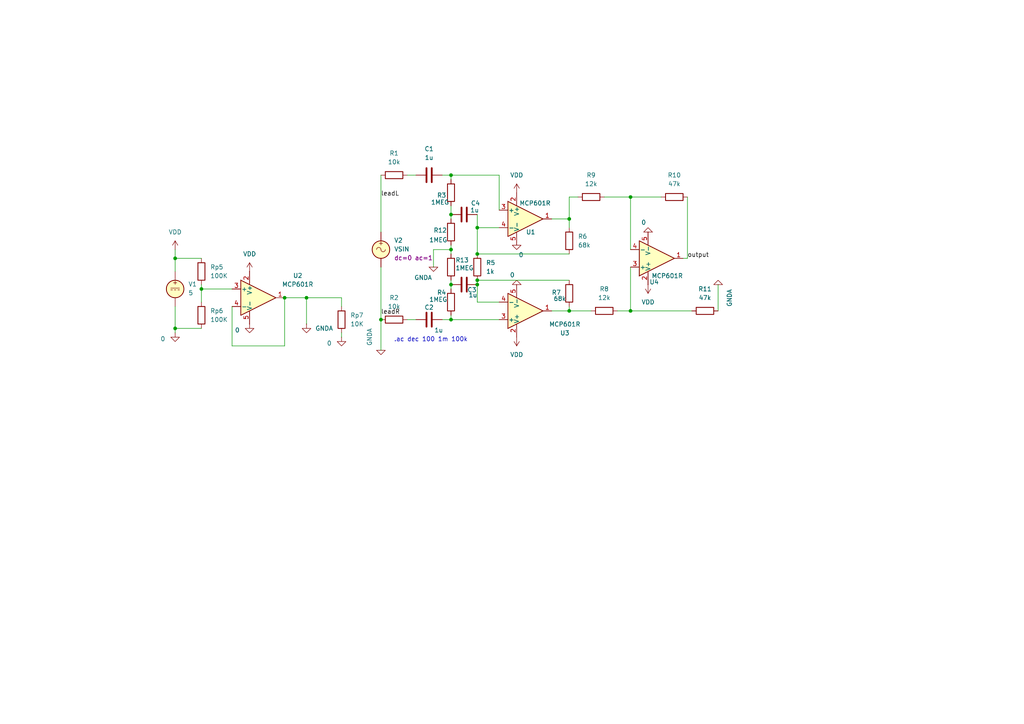
<source format=kicad_sch>
(kicad_sch (version 20250114) (generator "eeschema") (generator_version "9.0")
  (paper "A4")
  (lib_symbols
    (symbol "Amplifier_Operational:MCP601R" (pin_names (offset 0.127))
      (property "Reference" "U" (at 0 5.08 0))
      (property "Value" "MCP601R" (at 0 -5.08 0))
      (symbol "MCP601R_0_1"
        (polyline (pts (xy -5.08 5.08) (xy 5.08 0) (xy -5.08 -5.08) (xy -5.08 5.08)) (stroke (width 0.254)) (fill (type background)))
      )
      (symbol "MCP601R_1_1"
        (pin input line (at -7.62 2.54 0) (length 2.54) (name "+") (number "3"))
        (pin input line (at -7.62 -2.54 0) (length 2.54) (name "-") (number "4"))
        (pin power_in line (at -2.54 7.62 270) (length 3.81) (name "V+") (number "2"))
        (pin power_in line (at -2.54 -7.62 90) (length 3.81) (name "V-") (number "5"))
        (pin output line (at 7.62 0 180) (length 2.54) (name "~") (number "1"))
      )
    )
    (symbol "Device:C" (pin_numbers (hide yes)) (pin_names (offset 0.254))
      (property "Reference" "C" (at 0.635 2.54 0))
      (property "Value" "C" (at 0.635 -2.54 0))
      (symbol "C_0_1"
        (polyline (pts (xy -2.032 0.762) (xy 2.032 0.762)) (stroke (width 0.508)))
        (polyline (pts (xy -2.032 -0.762) (xy 2.032 -0.762)) (stroke (width 0.508)))
      )
      (symbol "C_1_1"
        (pin passive line (at 0 3.81 270) (length 2.794) (name "~") (number "1"))
        (pin passive line (at 0 -3.81 90) (length 2.794) (name "~") (number "2"))
      )
    )
    (symbol "Device:R" (pin_numbers (hide yes)) (pin_names (offset 0))
      (property "Reference" "R" (at 2.032 0 90))
      (property "Value" "R" (at 0 0 90))
      (symbol "R_0_1"
        (rectangle (start -1.016 -2.54) (end 1.016 2.54) (stroke (width 0.254)))
      )
      (symbol "R_1_1"
        (pin passive line (at 0 3.81 270) (length 1.27) (name "~") (number "1"))
        (pin passive line (at 0 -3.81 90) (length 1.27) (name "~") (number "2"))
      )
    )
    (symbol "Simulation_SPICE:0" (power) (pin_numbers (hide yes)) (pin_names (offset 0) (hide yes))
      (property "Value" "0" (at 0 -2.54 0))
      (symbol "0_0_1"
        (polyline (pts (xy -1.27 0) (xy 0 -1.27) (xy 1.27 0) (xy -1.27 0)))
      )
      (symbol "0_1_1"
        (pin power_in line (at 0 0 0) (length 0) (name "~") (number "1"))
      )
    )
    (symbol "Simulation_SPICE:VDC" (pin_numbers (hide yes)) (pin_names (offset 0.0254))
      (property "Reference" "V" (at 2.54 2.54 0))
      (property "Value" "1" (at 2.54 0 0))
      (symbol "VDC_0_0"
        (polyline (pts (xy -1.27 0.254) (xy 1.27 0.254)))
        (polyline (pts (xy -0.762 -0.254) (xy -1.27 -0.254)))
        (polyline (pts (xy 0.254 -0.254) (xy -0.254 -0.254)))
        (polyline (pts (xy 1.27 -0.254) (xy 0.762 -0.254)))
        (text "+" (at 0 1.905 0) (effects (font (size 1.27 1.27))))
      )
      (symbol "VDC_0_1"
        (circle (center 0 0) (radius 2.54) (stroke (width 0.254)) (fill (type background)))
      )
      (symbol "VDC_1_1"
        (pin passive line (at 0 5.08 270) (length 2.54) (name "~") (number "1"))
        (pin passive line (at 0 -5.08 90) (length 2.54) (name "~") (number "2"))
      )
    )
    (symbol "Simulation_SPICE:VSIN" (pin_numbers (hide yes)) (pin_names (offset 0.0254))
      (property "Reference" "V" (at 2.54 2.54 0))
      (property "Value" "VSIN" (at 2.54 0 0))
      (property "Sim.Params" "dc=0 ampl=1 f=1k ac=1" (at 2.54 -2.54 0))
      (symbol "VSIN_0_0"
        (arc (start -1.27 0) (mid -0.635 0.6323) (end 0 0))
        (arc (start 1.27 0) (mid 0.635 -0.6323) (end 0 0))
        (text "+" (at 0 1.905 0) (effects (font (size 1.27 1.27))))
      )
      (symbol "VSIN_0_1"
        (circle (center 0 0) (radius 2.54) (stroke (width 0.254)) (fill (type background)))
      )
      (symbol "VSIN_1_1"
        (pin passive line (at 0 5.08 270) (length 2.54) (name "~") (number "1"))
        (pin passive line (at 0 -5.08 90) (length 2.54) (name "~") (number "2"))
      )
    )
    (symbol "power:GND" (power) (pin_numbers (hide yes)) (pin_names (offset 0) (hide yes))
      (property "Value" "GND" (at 0 -3.81 0))
      (symbol "GND_0_1"
        (polyline (pts (xy 0 0) (xy 0 -1.27) (xy 1.27 -1.27) (xy 0 -2.54) (xy -1.27 -1.27) (xy 0 -1.27)))
      )
      (symbol "GND_1_1"
        (pin power_in line (at 0 0 270) (length 0) (name "~") (number "1"))
      )
    )
    (symbol "power:VDD" (power) (pin_numbers (hide yes)) (pin_names (offset 0) (hide yes))
      (property "Value" "VDD" (at 0 3.556 0))
      (symbol "VDD_0_1"
        (polyline (pts (xy -0.762 1.27) (xy 0 2.54)))
        (polyline (pts (xy 0 2.54) (xy 0.762 1.27)))
        (polyline (pts (xy 0 0) (xy 0 2.54)))
      )
      (symbol "VDD_1_1"
        (pin power_in line (at 0 0 90) (length 0) (name "~") (number "1"))
      )
    )
  )
  (text ".ac dec 100 1m 100k" (at 124.968 98.552 0) (effects (font (size 1.27 1.27))))
  (junction (at 130.81 50.8))
  (junction (at 50.8 95.25))
  (junction (at 165.1 63.5))
  (junction (at 50.8 74.93))
  (junction (at 82.55 86.36))
  (junction (at 110.49 92.71))
  (junction (at 130.81 92.71))
  (junction (at 165.1 90.17))
  (junction (at 182.88 90.17))
  (junction (at 138.43 66.04))
  (junction (at 182.88 57.15))
  (junction (at 138.43 81.28))
  (junction (at 130.81 82.55))
  (junction (at 138.43 82.55))
  (junction (at 88.9 86.36))
  (junction (at 130.81 62.23))
  (junction (at 58.42 83.82))
  (junction (at 130.81 72.39))
  (junction (at 138.43 73.66))
  (wire (pts (xy 144.78 66.04) (xy 138.43 66.04)))
  (wire (pts (xy 138.43 73.66) (xy 165.1 73.66)))
  (wire (pts (xy 110.49 67.31) (xy 110.49 50.8)))
  (wire (pts (xy 110.49 92.71) (xy 110.49 101.6)))
  (wire (pts (xy 191.77 57.15) (xy 182.88 57.15)))
  (wire (pts (xy 118.11 92.71) (xy 120.65 92.71)))
  (wire (pts (xy 50.8 74.93) (xy 50.8 72.39)))
  (wire (pts (xy 165.1 57.15) (xy 165.1 63.5)))
  (wire (pts (xy 198.12 74.93) (xy 199.39 74.93)))
  (wire (pts (xy 130.81 82.55) (xy 130.81 83.82)))
  (wire (pts (xy 138.43 87.63) (xy 138.43 82.55)))
  (wire (pts (xy 138.43 81.28) (xy 165.1 81.28)))
  (wire (pts (xy 110.49 77.47) (xy 110.49 92.71)))
  (wire (pts (xy 130.81 62.23) (xy 130.81 63.5)))
  (wire (pts (xy 199.39 57.15) (xy 199.39 74.93)))
  (wire (pts (xy 50.8 74.93) (xy 50.8 78.74)))
  (wire (pts (xy 130.81 71.12) (xy 130.81 72.39)))
  (wire (pts (xy 58.42 82.55) (xy 58.42 83.82)))
  (wire (pts (xy 128.27 92.71) (xy 130.81 92.71)))
  (wire (pts (xy 88.9 86.36) (xy 99.06 86.36)))
  (wire (pts (xy 125.73 72.39) (xy 130.81 72.39)))
  (wire (pts (xy 144.78 87.63) (xy 138.43 87.63)))
  (wire (pts (xy 144.78 50.8) (xy 144.78 60.96)))
  (wire (pts (xy 58.42 74.93) (xy 50.8 74.93)))
  (wire (pts (xy 67.31 88.9) (xy 67.31 100.33)))
  (wire (pts (xy 130.81 91.44) (xy 130.81 92.71)))
  (wire (pts (xy 50.8 96.52) (xy 50.8 95.25)))
  (wire (pts (xy 125.73 77.47) (xy 125.73 72.39)))
  (wire (pts (xy 165.1 88.9) (xy 165.1 90.17)))
  (wire (pts (xy 82.55 86.36) (xy 88.9 86.36)))
  (wire (pts (xy 200.66 90.17) (xy 182.88 90.17)))
  (wire (pts (xy 138.43 62.23) (xy 138.43 66.04)))
  (wire (pts (xy 88.9 86.36) (xy 88.9 93.98)))
  (wire (pts (xy 128.27 50.8) (xy 130.81 50.8)))
  (wire (pts (xy 160.02 90.17) (xy 165.1 90.17)))
  (wire (pts (xy 67.31 100.33) (xy 82.55 100.33)))
  (wire (pts (xy 99.06 96.52) (xy 99.06 97.79)))
  (wire (pts (xy 82.55 86.36) (xy 82.55 100.33)))
  (wire (pts (xy 50.8 95.25) (xy 50.8 88.9)))
  (wire (pts (xy 160.02 63.5) (xy 165.1 63.5)))
  (wire (pts (xy 138.43 66.04) (xy 138.43 73.66)))
  (wire (pts (xy 130.81 92.71) (xy 144.78 92.71)))
  (wire (pts (xy 165.1 63.5) (xy 165.1 66.04)))
  (wire (pts (xy 58.42 95.25) (xy 50.8 95.25)))
  (wire (pts (xy 58.42 83.82) (xy 58.42 87.63)))
  (wire (pts (xy 58.42 83.82) (xy 67.31 83.82)))
  (wire (pts (xy 182.88 57.15) (xy 182.88 72.39)))
  (wire (pts (xy 130.81 59.69) (xy 130.81 62.23)))
  (wire (pts (xy 182.88 90.17) (xy 179.07 90.17)))
  (wire (pts (xy 130.81 50.8) (xy 144.78 50.8)))
  (wire (pts (xy 130.81 72.39) (xy 130.81 73.66)))
  (wire (pts (xy 138.43 82.55) (xy 138.43 81.28)))
  (wire (pts (xy 130.81 50.8) (xy 130.81 52.07)))
  (wire (pts (xy 182.88 90.17) (xy 182.88 77.47)))
  (wire (pts (xy 208.28 82.55) (xy 208.28 90.17)))
  (wire (pts (xy 175.26 57.15) (xy 182.88 57.15)))
  (wire (pts (xy 130.81 81.28) (xy 130.81 82.55)))
  (wire (pts (xy 167.64 57.15) (xy 165.1 57.15)))
  (wire (pts (xy 99.06 86.36) (xy 99.06 88.9)))
  (wire (pts (xy 165.1 90.17) (xy 171.45 90.17)))
  (wire (pts (xy 118.11 50.8) (xy 120.65 50.8)))
  (label "leadR" (at 110.49 91.44 0))
  (label "output" (at 199.39 74.93 0))
  (label "leadL" (at 110.49 57.15 0))
  (symbol (lib_id "Amplifier_Operational:MCP601R") (at 190.5 74.93 0) (mirror x) (unit 1)
    (property "Reference" "U4" (at 189.738 81.788 0))
    (property "Value" "MCP601R" (at 193.548 80.01 0))
    (property "Footprint" "Package_TO_SOT_SMD:SOT-23-5" (effects (hide yes)))
    (property "Datasheet" "https://ww1.microchip.com/downloads/en/DeviceDoc/21314g.pdf" (effects (hide yes)))
    (property "Description" "Single 2.7V to 6.0V Single Supply CMOS Op Amps, SOT-23-5" (effects (hide yes)))
    (property "Sim.Library" "/home/pepika/work/faks/medicinska_elektronika/vezba1/MCP601_opamp.txt" (effects (hide yes)))
    (property "Sim.Name" "MCP601" (effects (hide yes)))
    (property "Sim.Device" "SUBCKT" (effects (hide yes)))
    (property "Sim.Pins" "1=5 2=3 3=1 4=2 5=4" (effects (hide yes)))
  )
  (symbol (lib_id "power:GND") (at 99.06 97.79 0) (unit 1)
    (property "Reference" "#PWR07" (effects (hide yes)))
    (property "Value" "0" (at 95.504 99.568 0))
    (property "Description" "Power symbol creates a global label with name \"GND\" , ground" (effects (hide yes)))
  )
  (symbol (lib_id "Device:C") (at 124.46 92.71 90) (unit 1)
    (property "Reference" "C2" (at 124.46 89.154 90))
    (property "Value" "1u" (at 127.254 95.758 90))
    (property "Description" "Unpolarized capacitor" (effects (hide yes)))
  )
  (symbol (lib_id "Device:C") (at 124.46 50.8 90) (unit 1)
    (property "Reference" "C1" (at 124.46 43.18 90))
    (property "Value" "1u" (at 124.46 45.72 90))
    (property "Description" "Unpolarized capacitor" (effects (hide yes)))
  )
  (symbol (lib_id "power:GND") (at 88.9 93.98 0) (unit 1)
    (property "Reference" "#PWR08" (effects (hide yes)))
    (property "Value" "GNDA" (at 91.44 95.2499 0) (effects (justify left)))
    (property "Description" "Power symbol creates a global label with name \"GND\" , ground" (effects (hide yes)))
  )
  (symbol (lib_id "Device:C") (at 134.62 82.55 90) (unit 1)
    (property "Reference" "C3" (at 136.906 84.074 90))
    (property "Value" "1u" (at 137.16 85.598 90))
    (property "Description" "Unpolarized capacitor" (effects (hide yes)))
  )
  (symbol (lib_id "power:GND") (at 72.39 93.98 0) (unit 1)
    (property "Reference" "#PWR06" (effects (hide yes)))
    (property "Value" "0" (at 68.834 95.758 0))
    (property "Description" "Power symbol creates a global label with name \"GND\" , ground" (effects (hide yes)))
  )
  (symbol (lib_id "Device:R") (at 195.58 57.15 270) (unit 1)
    (property "Reference" "R10" (at 195.58 50.8 90))
    (property "Value" "47k" (at 195.58 53.34 90))
    (property "Description" "Resistor" (effects (hide yes)))
  )
  (symbol (lib_id "Simulation_SPICE:0") (at 208.28 82.55 180) (unit 1)
    (property "Reference" "#GND04" (effects (hide yes)))
    (property "Value" "GNDA" (at 211.582 83.82 90) (effects (justify left)))
    (property "Datasheet" "https://ngspice.sourceforge.io/docs/ngspice-html-manual/manual.xhtml#subsec_Circuit_elements__device" (effects (hide yes)))
    (property "Description" "0V reference potential for simulation" (effects (hide yes)))
  )
  (symbol (lib_id "Simulation_SPICE:0") (at 110.49 101.6 0) (unit 1)
    (property "Reference" "#GND07" (effects (hide yes)))
    (property "Value" "GNDA" (at 107.188 100.33 90) (effects (justify left)))
    (property "Datasheet" "https://ngspice.sourceforge.io/docs/ngspice-html-manual/manual.xhtml#subsec_Circuit_elements__device" (effects (hide yes)))
    (property "Description" "0V reference potential for simulation" (effects (hide yes)))
  )
  (symbol (lib_id "Device:R") (at 130.81 87.63 0) (unit 1)
    (property "Reference" "R4" (at 126.746 84.836 0) (effects (justify left)))
    (property "Value" "1MEG" (at 124.46 86.868 0) (effects (justify left)))
    (property "Description" "Resistor" (effects (hide yes)))
  )
  (symbol (lib_id "Device:R") (at 58.42 78.74 0) (unit 1)
    (property "Reference" "Rp5" (at 60.96 77.4699 0) (effects (justify left)))
    (property "Value" "100K" (at 60.96 80.0099 0) (effects (justify left)))
    (property "Description" "Resistor" (effects (hide yes)))
  )
  (symbol (lib_id "Device:R") (at 114.3 92.71 90) (unit 1)
    (property "Reference" "R2" (at 114.3 86.36 90))
    (property "Value" "10k" (at 114.3 88.9 90))
    (property "Description" "Resistor" (effects (hide yes)))
  )
  (symbol (lib_id "Device:R") (at 204.47 90.17 270) (unit 1)
    (property "Reference" "R11" (at 204.47 83.82 90))
    (property "Value" "47k" (at 204.47 86.36 90))
    (property "Description" "Resistor" (effects (hide yes)))
  )
  (symbol (lib_id "Device:R") (at 99.06 92.71 0) (unit 1)
    (property "Reference" "Rp7" (at 101.6 91.4399 0) (effects (justify left)))
    (property "Value" "10K" (at 101.6 93.9799 0) (effects (justify left)))
    (property "Description" "Resistor" (effects (hide yes)))
  )
  (symbol (lib_id "Device:R") (at 58.42 91.44 0) (unit 1)
    (property "Reference" "Rp6" (at 60.96 90.1699 0) (effects (justify left)))
    (property "Value" "100K" (at 60.96 92.7099 0) (effects (justify left)))
    (property "Description" "Resistor" (effects (hide yes)))
  )
  (symbol (lib_id "Device:R") (at 114.3 50.8 90) (unit 1)
    (property "Reference" "R1" (at 114.3 44.45 90))
    (property "Value" "10k" (at 114.3 46.99 90))
    (property "Description" "Resistor" (effects (hide yes)))
  )
  (symbol (lib_id "power:GND") (at 50.8 96.52 0) (unit 1)
    (property "Reference" "#PWR01" (effects (hide yes)))
    (property "Value" "0" (at 47.244 98.298 0))
    (property "Description" "Power symbol creates a global label with name \"GND\" , ground" (effects (hide yes)))
  )
  (symbol (lib_id "Simulation_SPICE:0") (at 125.73 77.47 0) (unit 1)
    (property "Reference" "#GND05" (effects (hide yes)))
    (property "Value" "GNDA" (at 120.142 80.518 0) (effects (justify left)))
    (property "Datasheet" "https://ngspice.sourceforge.io/docs/ngspice-html-manual/manual.xhtml#subsec_Circuit_elements__device" (effects (hide yes)))
    (property "Description" "0V reference potential for simulation" (effects (hide yes)))
  )
  (symbol (lib_id "Simulation_SPICE:0") (at 149.86 71.12 0) (unit 1)
    (property "Reference" "#GND02" (effects (hide yes)))
    (property "Value" "0" (at 151.13 73.914 0))
    (property "Datasheet" "https://ngspice.sourceforge.io/docs/ngspice-html-manual/manual.xhtml#subsec_Circuit_elements__device" (effects (hide yes)))
    (property "Description" "0V reference potential for simulation" (effects (hide yes)))
  )
  (symbol (lib_id "Device:C") (at 134.62 62.23 90) (unit 1)
    (property "Reference" "C4" (at 137.922 58.928 90))
    (property "Value" "1u" (at 137.668 60.96 90))
    (property "Description" "Unpolarized capacitor" (effects (hide yes)))
  )
  (symbol (lib_id "power:VDD") (at 149.86 55.88 0) (unit 1)
    (property "Reference" "#PWR02" (effects (hide yes)))
    (property "Value" "VDD" (at 149.86 50.8 0))
    (property "Description" "Power symbol creates a global label with name \"VDD\"" (effects (hide yes)))
  )
  (symbol (lib_id "Device:R") (at 165.1 69.85 0) (unit 1)
    (property "Reference" "R6" (at 167.64 68.5799 0) (effects (justify left)))
    (property "Value" "68k" (at 167.64 71.1199 0) (effects (justify left)))
    (property "Description" "Resistor" (effects (hide yes)))
  )
  (symbol (lib_id "power:VDD") (at 149.86 97.79 180) (unit 1)
    (property "Reference" "#PWR03" (effects (hide yes)))
    (property "Value" "VDD" (at 149.86 102.87 0))
    (property "Description" "Power symbol creates a global label with name \"VDD\"" (effects (hide yes)))
  )
  (symbol (lib_id "Device:R") (at 138.43 77.47 180) (unit 1)
    (property "Reference" "R5" (at 140.97 76.1999 0) (effects (justify right)))
    (property "Value" "1k" (at 140.97 78.7399 0) (effects (justify right)))
    (property "Description" "Resistor" (effects (hide yes)))
  )
  (symbol (lib_id "Amplifier_Operational:MCP601R") (at 152.4 90.17 0) (mirror x) (unit 1)
    (property "Reference" "U3" (at 163.83 96.5902 0))
    (property "Value" "MCP601R" (at 163.83 94.0502 0))
    (property "Footprint" "Package_TO_SOT_SMD:SOT-23-5" (effects (hide yes)))
    (property "Datasheet" "https://ww1.microchip.com/downloads/en/DeviceDoc/21314g.pdf" (effects (hide yes)))
    (property "Description" "Single 2.7V to 6.0V Single Supply CMOS Op Amps, SOT-23-5" (effects (hide yes)))
    (property "Sim.Library" "/home/pepika/work/faks/medicinska_elektronika/vezba1/MCP601_opamp.txt" (effects (hide yes)))
    (property "Sim.Name" "MCP601" (effects (hide yes)))
    (property "Sim.Device" "SUBCKT" (effects (hide yes)))
    (property "Sim.Pins" "1=5 2=3 3=1 4=2 5=4" (effects (hide yes)))
  )
  (symbol (lib_id "Simulation_SPICE:0") (at 187.96 67.31 180) (unit 1)
    (property "Reference" "#GND03" (effects (hide yes)))
    (property "Value" "0" (at 186.69 64.516 0))
    (property "Datasheet" "https://ngspice.sourceforge.io/docs/ngspice-html-manual/manual.xhtml#subsec_Circuit_elements__device" (effects (hide yes)))
    (property "Description" "0V reference potential for simulation" (effects (hide yes)))
  )
  (symbol (lib_id "power:VDD") (at 72.39 78.74 0) (unit 1)
    (property "Reference" "#PWR010" (effects (hide yes)))
    (property "Value" "VDD" (at 72.39 73.66 0))
    (property "Description" "Power symbol creates a global label with name \"VDD\"" (effects (hide yes)))
  )
  (symbol (lib_id "power:VDD") (at 187.96 82.55 180) (unit 1)
    (property "Reference" "#PWR04" (effects (hide yes)))
    (property "Value" "VDD" (at 187.96 87.63 0))
    (property "Description" "Power symbol creates a global label with name \"VDD\"" (effects (hide yes)))
  )
  (symbol (lib_id "Device:R") (at 130.81 77.47 0) (unit 1)
    (property "Reference" "R13" (at 132.08 75.438 0) (effects (justify left)))
    (property "Value" "1MEG" (at 132.08 77.724 0) (effects (justify left)))
    (property "Description" "Resistor" (effects (hide yes)))
  )
  (symbol (lib_id "power:VDD") (at 50.8 72.39 0) (unit 1)
    (property "Reference" "#PWR09" (effects (hide yes)))
    (property "Value" "VDD" (at 50.8 67.31 0))
    (property "Description" "Power symbol creates a global label with name \"VDD\"" (effects (hide yes)))
  )
  (symbol (lib_id "Device:R") (at 130.81 55.88 0) (unit 1)
    (property "Reference" "R3" (at 126.746 56.642 0) (effects (justify left)))
    (property "Value" "1MEG" (at 124.968 58.674 0) (effects (justify left)))
    (property "Description" "Resistor" (effects (hide yes)))
  )
  (symbol (lib_id "Simulation_SPICE:0") (at 149.86 82.55 180) (unit 1)
    (property "Reference" "#GND01" (effects (hide yes)))
    (property "Value" "0" (at 148.59 79.756 0))
    (property "Datasheet" "https://ngspice.sourceforge.io/docs/ngspice-html-manual/manual.xhtml#subsec_Circuit_elements__device" (effects (hide yes)))
    (property "Description" "0V reference potential for simulation" (effects (hide yes)))
  )
  (symbol (lib_id "Amplifier_Operational:MCP601R") (at 74.93 86.36 0) (unit 1)
    (property "Reference" "U2" (at 86.36 79.9398 0))
    (property "Value" "MCP601R" (at 86.36 82.4798 0))
    (property "Footprint" "Package_TO_SOT_SMD:SOT-23-5" (effects (hide yes)))
    (property "Datasheet" "https://ww1.microchip.com/downloads/en/DeviceDoc/21314g.pdf" (effects (hide yes)))
    (property "Description" "Single 2.7V to 6.0V Single Supply CMOS Op Amps, SOT-23-5" (effects (hide yes)))
    (property "Sim.Library" "/home/pepika/work/faks/medicinska_elektronika/vezba1/MCP601_opamp.txt" (effects (hide yes)))
    (property "Sim.Name" "MCP601" (effects (hide yes)))
    (property "Sim.Device" "SUBCKT" (effects (hide yes)))
    (property "Sim.Pins" "1=5 2=3 3=1 4=2 5=4" (effects (hide yes)))
  )
  (symbol (lib_id "Simulation_SPICE:VDC") (at 50.8 83.82 0) (unit 1)
    (property "Reference" "V1" (at 54.61 82.4201 0) (effects (justify left)))
    (property "Value" "5" (at 54.61 84.9601 0) (effects (justify left)))
    (property "Datasheet" "https://ngspice.sourceforge.io/docs/ngspice-html-manual/manual.xhtml#sec_Independent_Sources_for" (effects (hide yes)))
    (property "Description" "Voltage source, DC" (effects (hide yes)))
    (property "Sim.Pins" "1=+ 2=-" (effects (hide yes)))
    (property "Sim.Type" "DC" (effects (hide yes)))
    (property "Sim.Device" "V" (effects (hide yes)))
  )
  (symbol (lib_id "Device:R") (at 165.1 85.09 0) (unit 1)
    (property "Reference" "R7" (at 160.02 84.836 0) (effects (justify left)))
    (property "Value" "68k" (at 160.528 86.614 0) (effects (justify left)))
    (property "Description" "Resistor" (effects (hide yes)))
  )
  (symbol (lib_id "Device:R") (at 175.26 90.17 270) (unit 1)
    (property "Reference" "R8" (at 175.26 83.82 90))
    (property "Value" "12k" (at 175.26 86.36 90))
    (property "Description" "Resistor" (effects (hide yes)))
  )
  (symbol (lib_id "Device:R") (at 130.81 67.31 0) (unit 1)
    (property "Reference" "R12" (at 125.73 66.802 0) (effects (justify left)))
    (property "Value" "1MEG" (at 124.46 69.596 0) (effects (justify left)))
    (property "Description" "Resistor" (effects (hide yes)))
  )
  (symbol (lib_id "Simulation_SPICE:VSIN") (at 110.49 72.39 0) (unit 1)
    (property "Reference" "V2" (at 114.3 69.7201 0) (effects (justify left)))
    (property "Value" "VSIN" (at 114.3 72.2601 0) (effects (justify left)))
    (property "Datasheet" "https://ngspice.sourceforge.io/docs/ngspice-html-manual/manual.xhtml#sec_Independent_Sources_for" (effects (hide yes)))
    (property "Description" "Voltage source, sinusoidal" (effects (hide yes)))
    (property "Sim.Pins" "1=+ 2=-" (effects (hide yes)))
    (property "Sim.Params" "dc=0 ac=1" (at 114.3 74.8001 0) (effects (justify left)))
    (property "Sim.Type" "SIN" (effects (hide yes)))
    (property "Sim.Device" "V" (effects (hide yes)))
  )
  (symbol (lib_id "Device:R") (at 171.45 57.15 270) (unit 1)
    (property "Reference" "R9" (at 171.45 50.8 90))
    (property "Value" "12k" (at 171.45 53.34 90))
    (property "Description" "Resistor" (effects (hide yes)))
  )
  (symbol (lib_id "Amplifier_Operational:MCP601R") (at 152.4 63.5 0) (unit 1)
    (property "Reference" "U1" (at 153.924 67.31 0))
    (property "Value" "MCP601R" (at 155.194 58.928 0))
    (property "Footprint" "Package_TO_SOT_SMD:SOT-23-5" (effects (hide yes)))
    (property "Datasheet" "https://ww1.microchip.com/downloads/en/DeviceDoc/21314g.pdf" (effects (hide yes)))
    (property "Description" "Single 2.7V to 6.0V Single Supply CMOS Op Amps, SOT-23-5" (effects (hide yes)))
    (property "Sim.Library" "/home/pepika/work/faks/medicinska_elektronika/vezba1/MCP601_opamp.txt" (effects (hide yes)))
    (property "Sim.Name" "MCP601" (effects (hide yes)))
    (property "Sim.Device" "SUBCKT" (effects (hide yes)))
    (property "Sim.Pins" "1=5 2=3 3=1 4=2 5=4" (effects (hide yes)))
  )
)
</source>
